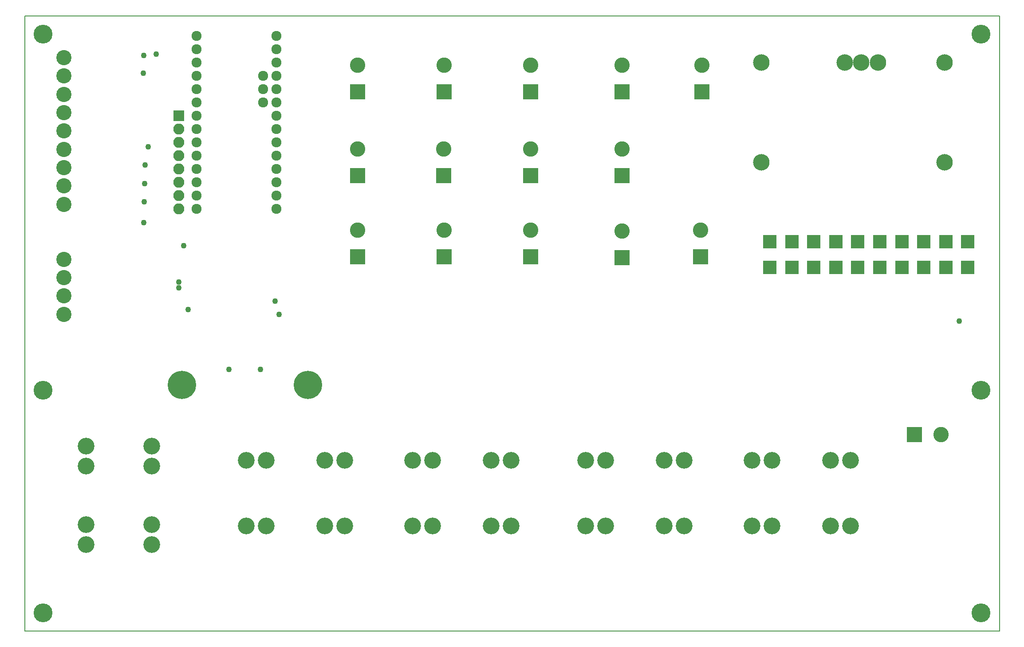
<source format=gbr>
G04 #@! TF.FileFunction,Soldermask,Bot*
%FSLAX46Y46*%
G04 Gerber Fmt 4.6, Leading zero omitted, Abs format (unit mm)*
G04 Created by KiCad (PCBNEW 4.0.5) date 05/10/17 18:46:16*
%MOMM*%
%LPD*%
G01*
G04 APERTURE LIST*
%ADD10C,0.100000*%
%ADD11C,0.150000*%
%ADD12C,5.400000*%
%ADD13R,2.940000X2.940000*%
%ADD14C,2.940000*%
%ADD15C,3.600000*%
%ADD16O,1.924000X1.924000*%
%ADD17R,2.525980X2.525980*%
%ADD18C,3.200000*%
%ADD19C,2.900000*%
%ADD20R,2.100000X2.100000*%
%ADD21O,2.100000X2.100000*%
%ADD22C,3.150000*%
%ADD23C,1.085800*%
G04 APERTURE END LIST*
D10*
D11*
X192623000Y24538000D02*
X192623000Y142038000D01*
X6623000Y24538000D02*
X192623000Y24538000D01*
X6623000Y142038000D02*
X6623000Y24538000D01*
X192623000Y142038000D02*
X6623000Y142038000D01*
D12*
X60623000Y71538000D03*
D13*
X135623000Y95998000D03*
D14*
X135623000Y101078000D03*
D13*
X86623000Y95998000D03*
D14*
X86623000Y101078000D03*
D15*
X10123000Y70538000D03*
X189123000Y70538000D03*
D16*
X54668000Y105138000D03*
X39428000Y105138000D03*
X54668000Y110218000D03*
X54668000Y112758000D03*
X54668000Y107678000D03*
X39428000Y107678000D03*
X39428000Y110218000D03*
X54668000Y120378000D03*
X39428000Y112758000D03*
X54668000Y117838000D03*
X39428000Y115298000D03*
X54668000Y122918000D03*
X52123000Y127998000D03*
X54668000Y115298000D03*
X52123000Y130538000D03*
X54668000Y133078000D03*
X39428000Y120378000D03*
X52123000Y125458000D03*
X54668000Y138158000D03*
X54668000Y135618000D03*
X39428000Y122918000D03*
X39428000Y125458000D03*
X39428000Y138158000D03*
X39428000Y127998000D03*
X39428000Y117838000D03*
X39428000Y130538000D03*
X39428000Y133078000D03*
X39428000Y135618000D03*
X54668000Y127998000D03*
X54668000Y125458000D03*
X54668000Y130538000D03*
D17*
X186583560Y94001500D03*
X186583560Y98865600D03*
X182382400Y94001500D03*
X182382400Y98865600D03*
X178183780Y94001500D03*
X178183780Y98865600D03*
X173982620Y94001500D03*
X173982620Y98865600D03*
X169784000Y94001500D03*
X169784000Y98865600D03*
X165582840Y94001500D03*
X165582840Y98865600D03*
X161384220Y94001500D03*
X161384220Y98865600D03*
X157183060Y94001500D03*
X157183060Y98865600D03*
X152984440Y94001500D03*
X152984440Y98865600D03*
X148783280Y94001500D03*
X148788360Y98865600D03*
D18*
X113632847Y57136163D03*
X117432847Y57136163D03*
X113632847Y44636163D03*
X117432847Y44636163D03*
X128632847Y57136163D03*
X132432847Y57136163D03*
X128632847Y44636163D03*
X132432847Y44636163D03*
X48862847Y57136163D03*
X52662847Y57136163D03*
X48862847Y44636163D03*
X52662847Y44636163D03*
X63862847Y57136163D03*
X67662847Y57136163D03*
X63862847Y44636163D03*
X67662847Y44636163D03*
X80602847Y57136163D03*
X84402847Y57136163D03*
X80602847Y44636163D03*
X84402847Y44636163D03*
X95602847Y57136163D03*
X99402847Y57136163D03*
X95602847Y44636163D03*
X99402847Y44636163D03*
X145382847Y57136163D03*
X149182847Y57136163D03*
X145382847Y44636163D03*
X149182847Y44636163D03*
X160382847Y57136163D03*
X164182847Y57136163D03*
X160382847Y44636163D03*
X164182847Y44636163D03*
X18332847Y41066163D03*
X18332847Y44866163D03*
X30832847Y41066163D03*
X30832847Y44866163D03*
X18332847Y56066163D03*
X18332847Y59866163D03*
X30832847Y56066163D03*
X30832847Y59866163D03*
D13*
X176427000Y62077000D03*
D14*
X181507000Y62077000D03*
D13*
X86599000Y111532200D03*
D14*
X86599000Y116612200D03*
D13*
X135823000Y127498000D03*
D14*
X135823000Y132578000D03*
D13*
X120623000Y95876867D03*
D14*
X120623000Y100956867D03*
D13*
X70123000Y127498000D03*
D14*
X70123000Y132578000D03*
D13*
X70139800Y111506800D03*
D14*
X70139800Y116586800D03*
D13*
X120623000Y127498000D03*
D14*
X120623000Y132578000D03*
D13*
X103123000Y95998000D03*
D14*
X103123000Y101078000D03*
D13*
X86623000Y127498000D03*
D14*
X86623000Y132578000D03*
D13*
X103123000Y127498000D03*
D14*
X103123000Y132578000D03*
D19*
X14123000Y95538000D03*
X14123000Y92038000D03*
X14123000Y88538000D03*
X14123000Y85038000D03*
X14123000Y106038000D03*
X14123000Y109538000D03*
X14123000Y113038000D03*
X14123000Y116538000D03*
X14123000Y120038000D03*
X14123000Y123538000D03*
X14123000Y127038000D03*
X14123000Y130538000D03*
X14123000Y134038000D03*
D13*
X70123000Y95998000D03*
D14*
X70123000Y101078000D03*
D15*
X189123000Y138538000D03*
X189123000Y28038000D03*
X10123000Y28038000D03*
X10123000Y138538000D03*
D20*
X36003000Y122918000D03*
D21*
X36003000Y120378000D03*
X36003000Y117838000D03*
X36003000Y115298000D03*
X36003000Y112758000D03*
X36003000Y110218000D03*
X36003000Y107678000D03*
X36003000Y105138000D03*
D13*
X103123000Y111498000D03*
D14*
X103123000Y116578000D03*
D13*
X120623000Y111498000D03*
D14*
X120623000Y116578000D03*
D22*
X182123000Y114038000D03*
X147198000Y114038000D03*
X147198000Y133088000D03*
X182123000Y133088000D03*
X163073000Y133088000D03*
X166248000Y133088000D03*
X169423000Y133088000D03*
D12*
X36623000Y71538000D03*
D23*
X36923000Y98138000D03*
X184923000Y83738000D03*
X54423000Y87538000D03*
X36023000Y90138000D03*
X36023000Y91238000D03*
X29223000Y131038000D03*
X29305509Y134490647D03*
X31656383Y134738000D03*
X30175656Y117038000D03*
X29613756Y113538000D03*
X29494285Y110038000D03*
X29386909Y106538000D03*
X29323000Y102538000D03*
X37796189Y85910169D03*
X45623000Y74538000D03*
X55123000Y85038000D03*
X51623000Y74538000D03*
M02*

</source>
